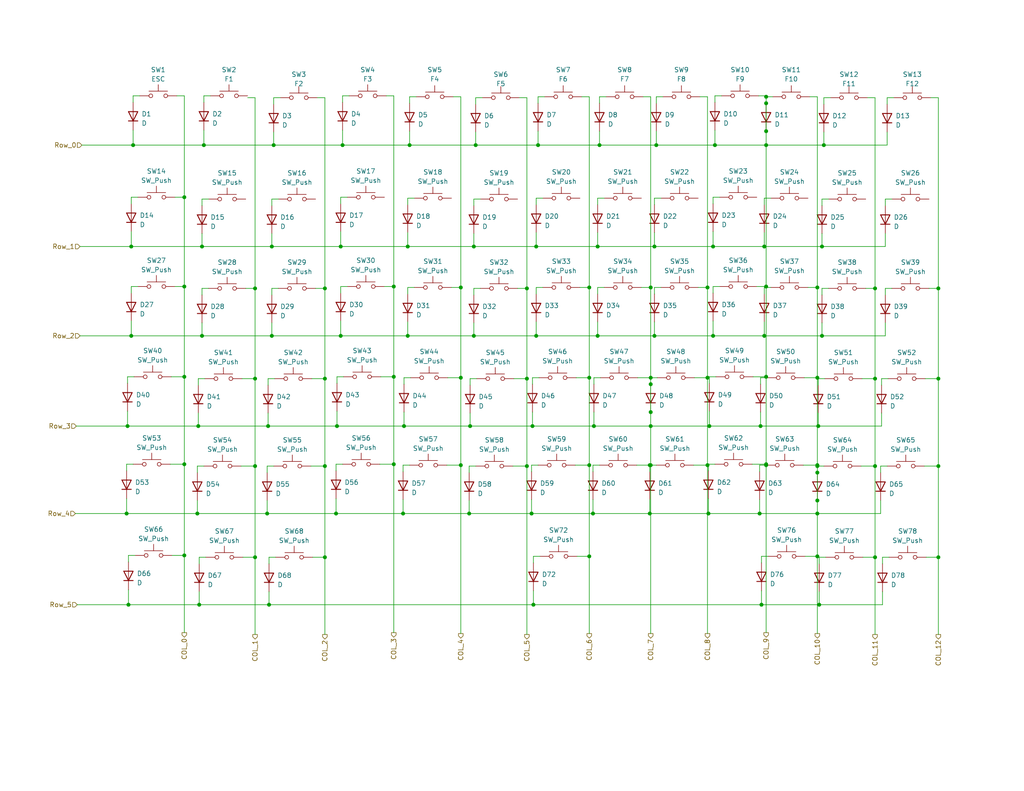
<source format=kicad_sch>
(kicad_sch (version 20230121) (generator eeschema)
  (paper "USLetter")
  (title_block (title "Keeb") (date "2023-04-10") (rev "1.0") (company "Mobs Workshop"))
  (junction (at 223.012 127))
  (junction (at 223.012 136.652))
  (junction (at 177.546 116.332))
  (junction (at 208.534 91.694))
  (junction (at 238.76 78.74))
  (junction (at 110.236 116.332))
  (junction (at 129.794 39.624))
  (junction (at 209.042 26.416))
  (junction (at 209.042 126.746))
  (junction (at 88.646 103.378))
  (junction (at 74.168 67.31))
  (junction (at 92.964 67.31))
  (junction (at 160.782 78.486))
  (junction (at 178.562 67.31))
  (junction (at 256.032 127.254))
  (junction (at 69.596 78.74))
  (junction (at 223.012 127.254))
  (junction (at 111.252 91.694))
  (junction (at 161.798 140.208))
  (junction (at 35.814 91.694))
  (junction (at 256.032 78.74))
  (junction (at 50.292 102.87))
  (junction (at 238.76 103.378))
  (junction (at 125.73 103.124))
  (junction (at 178.562 91.694))
  (junction (at 73.152 116.332))
  (junction (at 145.288 116.332))
  (junction (at 256.032 152.146))
  (junction (at 209.042 78.232))
  (junction (at 177.292 140.208))
  (junction (at 34.798 116.332))
  (junction (at 109.982 140.208))
  (junction (at 143.764 103.378))
  (junction (at 177.546 127))
  (junction (at 160.782 127))
  (junction (at 54.102 116.332))
  (junction (at 145.542 165.1))
  (junction (at 208.534 67.31))
  (junction (at 224.79 39.624))
  (junction (at 128.016 140.208))
  (junction (at 125.73 127))
  (junction (at 146.304 67.31))
  (junction (at 73.406 165.1))
  (junction (at 163.068 91.694))
  (junction (at 160.782 151.892))
  (junction (at 193.04 127))
  (junction (at 55.118 91.694))
  (junction (at 162.052 116.332))
  (junction (at 223.266 116.332))
  (junction (at 129.286 91.694))
  (junction (at 55.626 39.624))
  (junction (at 88.646 127.254))
  (junction (at 177.546 78.486))
  (junction (at 238.76 127.254))
  (junction (at 238.76 152.146))
  (junction (at 55.118 67.31))
  (junction (at 177.546 104.902))
  (junction (at 177.546 103.124))
  (junction (at 107.442 78.232))
  (junction (at 93.472 39.624))
  (junction (at 207.772 165.1))
  (junction (at 143.764 78.74))
  (junction (at 88.646 152.146))
  (junction (at 69.596 103.378))
  (junction (at 125.73 78.486))
  (junction (at 143.764 127.254))
  (junction (at 111.76 39.624))
  (junction (at 50.292 78.232))
  (junction (at 54.356 165.1))
  (junction (at 194.564 91.694))
  (junction (at 50.292 151.638))
  (junction (at 177.292 127))
  (junction (at 163.576 39.624))
  (junction (at 146.812 39.624))
  (junction (at 92.964 91.694))
  (junction (at 74.676 39.624))
  (junction (at 223.012 151.892))
  (junction (at 91.694 140.208))
  (junction (at 69.596 127.254))
  (junction (at 88.646 78.74))
  (junction (at 207.518 116.332))
  (junction (at 74.168 91.694))
  (junction (at 209.042 127))
  (junction (at 129.286 67.31))
  (junction (at 177.546 112.522))
  (junction (at 160.782 103.124))
  (junction (at 146.304 91.694))
  (junction (at 223.52 165.1))
  (junction (at 223.012 103.124))
  (junction (at 193.04 78.486))
  (junction (at 223.012 140.208))
  (junction (at 69.596 152.146))
  (junction (at 224.282 67.31))
  (junction (at 35.814 67.31))
  (junction (at 224.282 91.694))
  (junction (at 209.042 39.624))
  (junction (at 223.012 78.486))
  (junction (at 256.032 103.378))
  (junction (at 91.948 116.332))
  (junction (at 223.012 129.032))
  (junction (at 111.252 67.31))
  (junction (at 36.322 39.624))
  (junction (at 209.042 102.87))
  (junction (at 193.548 116.332))
  (junction (at 34.544 140.208))
  (junction (at 207.264 140.208))
  (junction (at 194.564 67.31))
  (junction (at 209.042 35.814))
  (junction (at 209.042 28.194))
  (junction (at 193.294 140.208))
  (junction (at 107.442 102.87))
  (junction (at 195.072 39.624))
  (junction (at 193.04 103.124))
  (junction (at 128.27 116.332))
  (junction (at 72.898 140.208))
  (junction (at 107.442 126.746))
  (junction (at 50.292 126.746))
  (junction (at 163.068 67.31))
  (junction (at 35.052 165.1))
  (junction (at 145.034 140.208))
  (junction (at 53.848 140.208))
  (junction (at 179.07 39.624))
  (junction (at 50.292 53.848))
  (wire (pts (xy 193.04 103.124) (xy 193.04 127)))
  (wire (pts (xy 146.304 63.5) (xy 146.304 67.31)))
  (wire (pts (xy 196.342 53.848) (xy 194.564 53.848)))
  (wire (pts (xy 107.442 78.232) (xy 107.442 102.87)))
  (wire (pts (xy 195.072 26.162) (xy 195.072 27.94)))
  (wire (pts (xy 72.898 140.208) (xy 91.694 140.208)))
  (wire (pts (xy 209.042 35.814) (xy 209.042 39.624)))
  (wire (pts (xy 128.27 103.378) (xy 128.27 105.156)))
  (wire (pts (xy 93.472 35.56) (xy 93.472 39.624)))
  (wire (pts (xy 129.794 127.254) (xy 128.016 127.254)))
  (wire (pts (xy 163.576 26.416) (xy 163.576 28.194)))
  (wire (pts (xy 85.09 103.378) (xy 88.646 103.378)))
  (wire (pts (xy 129.286 54.356) (xy 129.286 56.134)))
  (wire (pts (xy 50.292 126.746) (xy 50.292 151.638)))
  (wire (pts (xy 226.06 54.356) (xy 224.282 54.356)))
  (wire (pts (xy 111.76 39.624) (xy 129.794 39.624)))
  (wire (pts (xy 107.442 102.87) (xy 107.442 126.746)))
  (wire (pts (xy 179.07 127) (xy 177.546 127)))
  (wire (pts (xy 223.52 161.544) (xy 223.52 165.1)))
  (wire (pts (xy 223.266 112.776) (xy 223.266 116.332)))
  (wire (pts (xy 84.836 127.254) (xy 88.646 127.254)))
  (wire (pts (xy 160.782 103.124) (xy 160.782 127)))
  (wire (pts (xy 238.76 26.67) (xy 238.76 78.74)))
  (wire (pts (xy 256.032 103.378) (xy 256.032 127.254)))
  (wire (pts (xy 177.546 26.416) (xy 177.546 78.486)))
  (wire (pts (xy 91.948 112.268) (xy 91.948 116.332)))
  (wire (pts (xy 238.76 78.74) (xy 238.76 103.378)))
  (wire (pts (xy 238.76 103.378) (xy 238.76 127.254)))
  (wire (pts (xy 207.772 161.29) (xy 207.772 165.1)))
  (wire (pts (xy 92.964 67.31) (xy 111.252 67.31)))
  (wire (pts (xy 207.264 140.208) (xy 193.294 140.208)))
  (wire (pts (xy 209.042 78.232) (xy 209.042 102.87)))
  (wire (pts (xy 193.04 78.486) (xy 193.04 103.124)))
  (wire (pts (xy 223.012 140.208) (xy 207.264 140.208)))
  (wire (pts (xy 92.964 53.848) (xy 92.964 55.626)))
  (wire (pts (xy 207.264 136.398) (xy 207.264 140.208)))
  (wire (pts (xy 107.442 126.746) (xy 107.442 172.72)))
  (wire (pts (xy 92.964 91.694) (xy 111.252 91.694)))
  (wire (pts (xy 147.32 151.892) (xy 145.542 151.892)))
  (wire (pts (xy 145.288 103.124) (xy 145.288 104.902)))
  (wire (pts (xy 242.062 36.068) (xy 242.062 39.624)))
  (wire (pts (xy 35.052 161.036) (xy 35.052 165.1)))
  (wire (pts (xy 74.168 67.31) (xy 92.964 67.31)))
  (wire (pts (xy 88.646 103.378) (xy 88.646 127.254)))
  (wire (pts (xy 36.83 151.638) (xy 35.052 151.638)))
  (wire (pts (xy 74.168 88.138) (xy 74.168 91.694)))
  (wire (pts (xy 55.626 26.162) (xy 55.626 27.94)))
  (wire (pts (xy 129.794 39.624) (xy 146.812 39.624)))
  (wire (pts (xy 242.316 103.378) (xy 240.538 103.378)))
  (wire (pts (xy 219.202 127) (xy 223.012 127)))
  (wire (pts (xy 69.596 152.146) (xy 69.596 173.228)))
  (wire (pts (xy 35.814 53.848) (xy 35.814 55.626)))
  (wire (pts (xy 55.118 91.694) (xy 35.814 91.694)))
  (wire (pts (xy 196.85 26.162) (xy 195.072 26.162)))
  (wire (pts (xy 177.546 78.486) (xy 177.546 103.124)))
  (wire (pts (xy 46.99 151.638) (xy 50.292 151.638)))
  (wire (pts (xy 73.406 152.146) (xy 73.406 153.924)))
  (wire (pts (xy 208.534 54.102) (xy 208.534 55.88)))
  (wire (pts (xy 209.042 26.162) (xy 209.042 26.416)))
  (wire (pts (xy 93.472 126.746) (xy 91.694 126.746)))
  (wire (pts (xy 252.476 103.378) (xy 256.032 103.378)))
  (wire (pts (xy 56.896 78.74) (xy 55.118 78.74)))
  (wire (pts (xy 73.152 103.378) (xy 73.152 105.156)))
  (wire (pts (xy 65.786 127.254) (xy 69.596 127.254)))
  (wire (pts (xy 207.01 26.162) (xy 209.042 26.162)))
  (wire (pts (xy 253.492 78.74) (xy 256.032 78.74)))
  (wire (pts (xy 160.782 78.486) (xy 160.782 103.124)))
  (wire (pts (xy 165.354 26.416) (xy 163.576 26.416)))
  (wire (pts (xy 224.282 67.31) (xy 208.534 67.31)))
  (wire (pts (xy 158.75 26.416) (xy 160.782 26.416)))
  (wire (pts (xy 130.048 103.378) (xy 128.27 103.378)))
  (wire (pts (xy 53.848 127.254) (xy 53.848 129.032)))
  (wire (pts (xy 241.554 88.138) (xy 241.554 91.694)))
  (wire (pts (xy 143.764 78.74) (xy 143.764 103.378)))
  (wire (pts (xy 219.71 151.892) (xy 223.012 151.892)))
  (wire (pts (xy 160.782 127) (xy 160.782 151.892)))
  (wire (pts (xy 164.846 54.102) (xy 163.068 54.102)))
  (wire (pts (xy 46.482 126.746) (xy 50.292 126.746)))
  (wire (pts (xy 46.736 102.87) (xy 50.292 102.87)))
  (wire (pts (xy 86.106 78.74) (xy 88.646 78.74)))
  (wire (pts (xy 238.76 152.146) (xy 238.76 173.228)))
  (wire (pts (xy 256.032 127.254) (xy 256.032 152.146)))
  (wire (pts (xy 88.646 127.254) (xy 88.646 152.146)))
  (wire (pts (xy 224.79 127.254) (xy 223.012 127.254)))
  (wire (pts (xy 145.288 112.522) (xy 145.288 116.332)))
  (wire (pts (xy 193.04 127) (xy 193.04 172.974)))
  (wire (pts (xy 69.596 26.67) (xy 69.596 78.74)))
  (wire (pts (xy 143.764 26.67) (xy 143.764 78.74)))
  (wire (pts (xy 47.752 53.848) (xy 50.292 53.848)))
  (wire (pts (xy 252.222 127.254) (xy 256.032 127.254)))
  (wire (pts (xy 55.118 88.138) (xy 55.118 91.694)))
  (wire (pts (xy 240.792 161.544) (xy 240.792 165.1)))
  (wire (pts (xy 223.012 127.254) (xy 223.012 129.032)))
  (wire (pts (xy 193.548 116.332) (xy 177.546 116.332)))
  (wire (pts (xy 35.814 63.246) (xy 35.814 67.31)))
  (wire (pts (xy 50.292 102.87) (xy 50.292 126.746)))
  (wire (pts (xy 55.626 39.624) (xy 36.322 39.624)))
  (wire (pts (xy 53.848 140.208) (xy 34.544 140.208)))
  (wire (pts (xy 223.52 152.146) (xy 223.52 153.924)))
  (wire (pts (xy 209.042 102.87) (xy 209.042 126.746)))
  (wire (pts (xy 88.646 152.146) (xy 88.646 173.228)))
  (wire (pts (xy 194.564 53.848) (xy 194.564 55.626)))
  (wire (pts (xy 55.118 67.31) (xy 35.814 67.31)))
  (wire (pts (xy 111.252 67.31) (xy 129.286 67.31)))
  (wire (pts (xy 76.454 26.67) (xy 74.676 26.67)))
  (wire (pts (xy 53.848 136.652) (xy 53.848 140.208)))
  (wire (pts (xy 195.072 39.624) (xy 179.07 39.624)))
  (wire (pts (xy 208.534 63.5) (xy 208.534 67.31)))
  (wire (pts (xy 224.282 88.138) (xy 224.282 91.694)))
  (wire (pts (xy 50.292 151.638) (xy 50.292 172.72)))
  (wire (pts (xy 240.284 136.652) (xy 240.284 140.208)))
  (wire (pts (xy 20.574 140.208) (xy 34.544 140.208)))
  (wire (pts (xy 162.052 112.522) (xy 162.052 116.332)))
  (wire (pts (xy 22.352 39.624) (xy 36.322 39.624)))
  (wire (pts (xy 141.224 78.74) (xy 143.764 78.74)))
  (wire (pts (xy 50.292 53.848) (xy 50.292 78.232)))
  (wire (pts (xy 128.016 140.208) (xy 145.034 140.208)))
  (wire (pts (xy 207.772 151.892) (xy 207.772 153.67)))
  (wire (pts (xy 191.008 26.416) (xy 193.04 26.416)))
  (wire (pts (xy 240.538 103.378) (xy 240.538 105.156)))
  (wire (pts (xy 161.798 136.398) (xy 161.798 140.208)))
  (wire (pts (xy 160.782 151.892) (xy 160.782 172.974)))
  (wire (pts (xy 157.48 151.892) (xy 160.782 151.892)))
  (wire (pts (xy 140.208 103.378) (xy 143.764 103.378)))
  (wire (pts (xy 121.92 127) (xy 125.73 127)))
  (wire (pts (xy 226.568 26.67) (xy 224.79 26.67)))
  (wire (pts (xy 91.948 116.332) (xy 110.236 116.332)))
  (wire (pts (xy 75.946 54.356) (xy 74.168 54.356)))
  (wire (pts (xy 256.032 26.67) (xy 256.032 78.74)))
  (wire (pts (xy 224.79 26.67) (xy 224.79 28.448)))
  (wire (pts (xy 93.472 26.162) (xy 93.472 27.94)))
  (wire (pts (xy 162.052 103.124) (xy 162.052 104.902)))
  (wire (pts (xy 209.042 126.746) (xy 209.042 127)))
  (wire (pts (xy 179.324 103.124) (xy 177.546 103.124)))
  (wire (pts (xy 92.964 87.63) (xy 92.964 91.694)))
  (wire (pts (xy 243.332 54.356) (xy 241.554 54.356)))
  (wire (pts (xy 110.236 112.522) (xy 110.236 116.332)))
  (wire (pts (xy 194.564 63.246) (xy 194.564 67.31)))
  (wire (pts (xy 113.03 54.102) (xy 111.252 54.102)))
  (wire (pts (xy 256.032 78.74) (xy 256.032 103.378)))
  (wire (pts (xy 74.676 39.624) (xy 55.626 39.624)))
  (wire (pts (xy 35.052 151.638) (xy 35.052 153.416)))
  (wire (pts (xy 196.342 78.232) (xy 194.564 78.232)))
  (wire (pts (xy 35.814 87.63) (xy 35.814 91.694)))
  (wire (pts (xy 178.562 91.694) (xy 163.068 91.694)))
  (wire (pts (xy 179.07 39.624) (xy 163.576 39.624)))
  (wire (pts (xy 139.954 127.254) (xy 143.764 127.254)))
  (wire (pts (xy 209.042 127) (xy 207.264 127)))
  (wire (pts (xy 35.814 78.232) (xy 35.814 80.01)))
  (wire (pts (xy 146.304 78.486) (xy 146.304 80.264)))
  (wire (pts (xy 128.27 112.776) (xy 128.27 116.332)))
  (wire (pts (xy 129.794 36.068) (xy 129.794 39.624)))
  (wire (pts (xy 110.236 116.332) (xy 128.27 116.332)))
  (wire (pts (xy 223.012 129.032) (xy 223.012 136.652)))
  (wire (pts (xy 38.1 26.162) (xy 36.322 26.162)))
  (wire (pts (xy 241.554 54.356) (xy 241.554 56.134)))
  (wire (pts (xy 131.572 26.67) (xy 129.794 26.67)))
  (wire (pts (xy 48.26 26.162) (xy 50.292 26.162)))
  (wire (pts (xy 240.792 152.146) (xy 240.792 153.924)))
  (wire (pts (xy 74.676 39.624) (xy 93.472 39.624)))
  (wire (pts (xy 177.546 127) (xy 177.546 172.974)))
  (wire (pts (xy 69.596 103.378) (xy 69.596 127.254)))
  (wire (pts (xy 21.844 67.31) (xy 35.814 67.31)))
  (wire (pts (xy 161.798 140.208) (xy 145.034 140.208)))
  (wire (pts (xy 219.456 103.124) (xy 223.012 103.124)))
  (wire (pts (xy 175.006 78.486) (xy 177.546 78.486)))
  (wire (pts (xy 145.542 151.892) (xy 145.542 153.67)))
  (wire (pts (xy 74.168 91.694) (xy 92.964 91.694)))
  (wire (pts (xy 193.04 26.416) (xy 193.04 78.486)))
  (wire (pts (xy 21.844 91.694) (xy 35.814 91.694)))
  (wire (pts (xy 56.134 152.146) (xy 54.356 152.146)))
  (wire (pts (xy 109.982 136.398) (xy 109.982 140.208)))
  (wire (pts (xy 224.79 39.624) (xy 209.042 39.624)))
  (wire (pts (xy 67.056 78.74) (xy 69.596 78.74)))
  (wire (pts (xy 91.694 136.144) (xy 91.694 140.208)))
  (wire (pts (xy 207.518 116.332) (xy 193.548 116.332)))
  (wire (pts (xy 163.068 67.31) (xy 146.304 67.31)))
  (wire (pts (xy 178.562 67.31) (xy 163.068 67.31)))
  (wire (pts (xy 209.296 103.124) (xy 207.518 103.124)))
  (wire (pts (xy 125.73 127) (xy 125.73 172.974)))
  (wire (pts (xy 92.964 63.246) (xy 92.964 67.31)))
  (wire (pts (xy 224.282 91.694) (xy 208.534 91.694)))
  (wire (pts (xy 195.326 102.87) (xy 193.548 102.87)))
  (wire (pts (xy 148.082 78.486) (xy 146.304 78.486)))
  (wire (pts (xy 210.312 54.102) (xy 208.534 54.102)))
  (wire (pts (xy 85.344 152.146) (xy 88.646 152.146)))
  (wire (pts (xy 74.168 63.754) (xy 74.168 67.31)))
  (wire (pts (xy 207.264 127) (xy 207.264 128.778)))
  (wire (pts (xy 54.356 152.146) (xy 54.356 153.924)))
  (wire (pts (xy 220.98 26.416) (xy 223.012 26.416)))
  (wire (pts (xy 36.576 102.87) (xy 34.798 102.87)))
  (wire (pts (xy 125.73 78.486) (xy 125.73 103.124)))
  (wire (pts (xy 74.676 127.254) (xy 72.898 127.254)))
  (wire (pts (xy 111.76 26.416) (xy 111.76 28.194)))
  (wire (pts (xy 88.646 26.67) (xy 88.646 78.74)))
  (wire (pts (xy 173.99 103.124) (xy 177.546 103.124)))
  (wire (pts (xy 148.59 26.416) (xy 146.812 26.416)))
  (wire (pts (xy 122.174 103.124) (xy 125.73 103.124)))
  (wire (pts (xy 238.76 127.254) (xy 238.76 152.146)))
  (wire (pts (xy 73.152 116.332) (xy 54.102 116.332)))
  (wire (pts (xy 240.792 165.1) (xy 223.52 165.1)))
  (wire (pts (xy 103.886 102.87) (xy 107.442 102.87)))
  (wire (pts (xy 178.562 78.486) (xy 178.562 80.264)))
  (wire (pts (xy 34.544 126.746) (xy 34.544 128.524)))
  (wire (pts (xy 145.542 161.29) (xy 145.542 165.1)))
  (wire (pts (xy 240.538 116.332) (xy 223.266 116.332)))
  (wire (pts (xy 146.304 54.102) (xy 146.304 55.88)))
  (wire (pts (xy 37.592 78.232) (xy 35.814 78.232)))
  (wire (pts (xy 129.286 91.694) (xy 146.304 91.694)))
  (wire (pts (xy 224.282 63.754) (xy 224.282 67.31)))
  (wire (pts (xy 73.152 116.332) (xy 91.948 116.332)))
  (wire (pts (xy 236.728 26.67) (xy 238.76 26.67)))
  (wire (pts (xy 103.632 126.746) (xy 107.442 126.746)))
  (wire (pts (xy 177.292 127) (xy 177.292 128.778)))
  (wire (pts (xy 73.406 165.1) (xy 145.542 165.1)))
  (wire (pts (xy 177.292 136.398) (xy 177.292 140.208)))
  (wire (pts (xy 123.698 26.416) (xy 125.73 26.416)))
  (wire (pts (xy 209.042 28.194) (xy 209.042 35.814)))
  (wire (pts (xy 163.068 54.102) (xy 163.068 55.88)))
  (wire (pts (xy 210.312 78.486) (xy 208.534 78.486)))
  (wire (pts (xy 129.286 88.138) (xy 129.286 91.694)))
  (wire (pts (xy 160.782 26.416) (xy 160.782 78.486)))
  (wire (pts (xy 241.554 78.74) (xy 241.554 80.518)))
  (wire (pts (xy 256.032 152.146) (xy 256.032 173.228)))
  (wire (pts (xy 34.544 136.144) (xy 34.544 140.208)))
  (wire (pts (xy 252.73 152.146) (xy 256.032 152.146)))
  (wire (pts (xy 240.284 127.254) (xy 240.284 129.032)))
  (wire (pts (xy 72.898 127.254) (xy 72.898 129.032)))
  (wire (pts (xy 223.012 78.486) (xy 223.012 103.124)))
  (wire (pts (xy 128.016 136.652) (xy 128.016 140.208)))
  (wire (pts (xy 254 26.67) (xy 256.032 26.67)))
  (wire (pts (xy 220.472 78.486) (xy 223.012 78.486)))
  (wire (pts (xy 141.732 26.67) (xy 143.764 26.67)))
  (wire (pts (xy 66.04 103.378) (xy 69.596 103.378)))
  (wire (pts (xy 148.082 54.102) (xy 146.304 54.102)))
  (wire (pts (xy 125.73 103.124) (xy 125.73 127)))
  (wire (pts (xy 69.596 127.254) (xy 69.596 152.146)))
  (wire (pts (xy 143.764 127.254) (xy 143.764 173.228)))
  (wire (pts (xy 162.052 116.332) (xy 145.288 116.332)))
  (wire (pts (xy 73.406 165.1) (xy 54.356 165.1)))
  (wire (pts (xy 223.012 26.416) (xy 223.012 78.486)))
  (wire (pts (xy 223.266 116.332) (xy 207.518 116.332)))
  (wire (pts (xy 109.982 127) (xy 109.982 128.778)))
  (wire (pts (xy 54.102 116.332) (xy 34.798 116.332)))
  (wire (pts (xy 54.356 161.544) (xy 54.356 165.1)))
  (wire (pts (xy 75.946 78.74) (xy 74.168 78.74)))
  (wire (pts (xy 163.576 39.624) (xy 146.812 39.624)))
  (wire (pts (xy 157.226 103.124) (xy 160.782 103.124)))
  (wire (pts (xy 242.062 127.254) (xy 240.284 127.254)))
  (wire (pts (xy 34.798 112.268) (xy 34.798 116.332)))
  (wire (pts (xy 105.41 26.162) (xy 107.442 26.162)))
  (wire (pts (xy 74.168 91.694) (xy 55.118 91.694)))
  (wire (pts (xy 131.064 54.356) (xy 129.286 54.356)))
  (wire (pts (xy 145.034 136.398) (xy 145.034 140.208)))
  (wire (pts (xy 209.55 151.892) (xy 207.772 151.892)))
  (wire (pts (xy 147.066 103.124) (xy 145.288 103.124)))
  (wire (pts (xy 226.06 78.74) (xy 224.282 78.74)))
  (wire (pts (xy 236.22 78.74) (xy 238.76 78.74)))
  (wire (pts (xy 240.284 140.208) (xy 223.012 140.208)))
  (wire (pts (xy 223.266 103.378) (xy 223.266 105.156)))
  (wire (pts (xy 146.304 87.884) (xy 146.304 91.694)))
  (wire (pts (xy 235.458 152.146) (xy 238.76 152.146)))
  (wire (pts (xy 193.548 102.87) (xy 193.548 104.648)))
  (wire (pts (xy 195.072 35.56) (xy 195.072 39.624)))
  (wire (pts (xy 207.518 103.124) (xy 207.518 104.902)))
  (wire (pts (xy 243.84 26.67) (xy 242.062 26.67)))
  (wire (pts (xy 91.948 102.87) (xy 91.948 104.648)))
  (wire (pts (xy 36.322 35.56) (xy 36.322 39.624)))
  (wire (pts (xy 205.486 102.87) (xy 209.042 102.87)))
  (wire (pts (xy 189.23 127) (xy 193.04 127)))
  (wire (pts (xy 156.972 127) (xy 160.782 127)))
  (wire (pts (xy 224.282 78.74) (xy 224.282 80.518)))
  (wire (pts (xy 194.564 87.63) (xy 194.564 91.694)))
  (wire (pts (xy 69.596 78.74) (xy 69.596 103.378)))
  (wire (pts (xy 180.34 54.102) (xy 178.562 54.102)))
  (wire (pts (xy 209.042 127) (xy 209.042 172.72)))
  (wire (pts (xy 37.592 53.848) (xy 35.814 53.848)))
  (wire (pts (xy 146.812 35.814) (xy 146.812 39.624)))
  (wire (pts (xy 177.546 127) (xy 177.292 127)))
  (wire (pts (xy 163.576 35.814) (xy 163.576 39.624)))
  (wire (pts (xy 54.102 103.378) (xy 54.102 105.156)))
  (wire (pts (xy 209.042 26.416) (xy 209.042 28.194)))
  (wire (pts (xy 73.152 112.776) (xy 73.152 116.332)))
  (wire (pts (xy 129.794 26.67) (xy 129.794 28.448)))
  (wire (pts (xy 224.79 36.068) (xy 224.79 39.624)))
  (wire (pts (xy 21.082 165.1) (xy 35.052 165.1)))
  (wire (pts (xy 163.068 91.694) (xy 146.304 91.694)))
  (wire (pts (xy 94.742 53.848) (xy 92.964 53.848)))
  (wire (pts (xy 223.012 127) (xy 223.012 127.254)))
  (wire (pts (xy 74.93 103.378) (xy 73.152 103.378)))
  (wire (pts (xy 55.118 63.754) (xy 55.118 67.31)))
  (wire (pts (xy 177.546 116.332) (xy 177.546 127)))
  (wire (pts (xy 209.042 39.624) (xy 209.042 78.232)))
  (wire (pts (xy 193.294 126.746) (xy 193.294 128.524)))
  (wire (pts (xy 210.82 26.416) (xy 209.042 26.416)))
  (wire (pts (xy 145.542 165.1) (xy 207.772 165.1)))
  (wire (pts (xy 180.848 26.416) (xy 179.07 26.416)))
  (wire (pts (xy 93.726 102.87) (xy 91.948 102.87)))
  (wire (pts (xy 179.07 26.416) (xy 179.07 28.194)))
  (wire (pts (xy 20.828 116.332) (xy 34.798 116.332)))
  (wire (pts (xy 163.068 78.486) (xy 163.068 80.264)))
  (wire (pts (xy 128.27 116.332) (xy 145.288 116.332)))
  (wire (pts (xy 67.564 26.67) (xy 69.596 26.67)))
  (wire (pts (xy 223.52 165.1) (xy 207.772 165.1)))
  (wire (pts (xy 94.742 78.232) (xy 92.964 78.232)))
  (wire (pts (xy 95.25 26.162) (xy 93.472 26.162)))
  (wire (pts (xy 109.982 140.208) (xy 128.016 140.208)))
  (wire (pts (xy 86.614 26.67) (xy 88.646 26.67)))
  (wire (pts (xy 224.282 54.356) (xy 224.282 56.134)))
  (wire (pts (xy 193.294 136.144) (xy 193.294 140.208)))
  (wire (pts (xy 111.252 91.694) (xy 129.286 91.694)))
  (wire (pts (xy 50.292 26.162) (xy 50.292 53.848)))
  (wire (pts (xy 223.012 103.124) (xy 223.012 127)))
  (wire (pts (xy 207.518 112.522) (xy 207.518 116.332)))
  (wire (pts (xy 91.694 126.746) (xy 91.694 128.524)))
  (wire (pts (xy 163.83 103.124) (xy 162.052 103.124)))
  (wire (pts (xy 54.356 165.1) (xy 35.052 165.1)))
  (wire (pts (xy 194.564 78.232) (xy 194.564 80.01)))
  (wire (pts (xy 193.548 112.268) (xy 193.548 116.332)))
  (wire (pts (xy 223.012 140.208) (xy 223.012 151.892)))
  (wire (pts (xy 123.19 78.486) (xy 125.73 78.486)))
  (wire (pts (xy 235.204 103.378) (xy 238.76 103.378)))
  (wire (pts (xy 56.896 54.356) (xy 55.118 54.356)))
  (wire (pts (xy 113.03 78.486) (xy 111.252 78.486)))
  (wire (pts (xy 74.676 36.068) (xy 74.676 39.624)))
  (wire (pts (xy 36.322 126.746) (xy 34.544 126.746)))
  (wire (pts (xy 93.472 39.624) (xy 111.76 39.624)))
  (wire (pts (xy 104.902 78.232) (xy 107.442 78.232)))
  (wire (pts (xy 163.068 63.5) (xy 163.068 67.31)))
  (wire (pts (xy 189.484 103.124) (xy 193.04 103.124)))
  (wire (pts (xy 225.044 103.378) (xy 223.266 103.378)))
  (wire (pts (xy 111.76 127) (xy 109.982 127)))
  (wire (pts (xy 178.562 63.5) (xy 178.562 67.31)))
  (wire (pts (xy 243.332 78.74) (xy 241.554 78.74)))
  (wire (pts (xy 163.576 127) (xy 161.798 127)))
  (wire (pts (xy 111.252 78.486) (xy 111.252 80.264)))
  (wire (pts (xy 50.292 78.232) (xy 50.292 102.87)))
  (wire (pts (xy 112.014 103.124) (xy 110.236 103.124)))
  (wire (pts (xy 206.502 78.232) (xy 209.042 78.232)))
  (wire (pts (xy 194.564 91.694) (xy 178.562 91.694)))
  (wire (pts (xy 113.538 26.416) (xy 111.76 26.416)))
  (wire (pts (xy 234.95 127.254) (xy 238.76 127.254)))
  (wire (pts (xy 177.546 116.332) (xy 162.052 116.332)))
  (wire (pts (xy 128.016 127.254) (xy 128.016 129.032)))
  (wire (pts (xy 74.676 26.67) (xy 74.676 28.448)))
  (wire (pts (xy 242.062 26.67) (xy 242.062 28.448)))
  (wire (pts (xy 223.012 136.652) (xy 223.012 140.208)))
  (wire (pts (xy 55.118 78.74) (xy 55.118 80.518)))
  (wire (pts (xy 72.898 140.208) (xy 53.848 140.208)))
  (wire (pts (xy 178.562 54.102) (xy 178.562 55.88)))
  (wire (pts (xy 111.252 87.884) (xy 111.252 91.694)))
  (wire (pts (xy 145.034 127) (xy 145.034 128.778)))
  (wire (pts (xy 129.286 63.754) (xy 129.286 67.31)))
  (wire (pts (xy 74.168 78.74) (xy 74.168 80.518)))
  (wire (pts (xy 177.546 103.124) (xy 177.546 104.902)))
  (wire (pts (xy 34.798 102.87) (xy 34.798 104.648)))
  (wire (pts (xy 208.534 67.31) (xy 194.564 67.31)))
  (wire (pts (xy 74.168 67.31) (xy 55.118 67.31)))
  (wire (pts (xy 107.442 26.162) (xy 107.442 78.232)))
  (wire (pts (xy 73.406 161.544) (xy 73.406 165.1)))
  (wire (pts (xy 36.322 26.162) (xy 36.322 27.94)))
  (wire (pts (xy 47.752 78.232) (xy 50.292 78.232)))
  (wire (pts (xy 225.298 152.146) (xy 223.52 152.146)))
  (wire (pts (xy 125.73 26.416) (xy 125.73 78.486)))
  (wire (pts (xy 111.252 54.102) (xy 111.252 55.88)))
  (wire (pts (xy 74.168 54.356) (xy 74.168 56.134)))
  (wire (pts (xy 164.846 78.486) (xy 163.068 78.486)))
  (wire (pts (xy 163.068 87.884) (xy 163.068 91.694)))
  (wire (pts (xy 208.534 78.486) (xy 208.534 80.264)))
  (wire (pts (xy 55.626 127.254) (xy 53.848 127.254)))
  (wire (pts (xy 195.072 126.746) (xy 193.294 126.746)))
  (wire (pts (xy 88.646 78.74) (xy 88.646 103.378)))
  (wire (pts (xy 57.404 26.162) (xy 55.626 26.162)))
  (wire (pts (xy 131.064 78.74) (xy 129.286 78.74)))
  (wire (pts (xy 129.286 78.74) (xy 129.286 80.518)))
  (wire (pts (xy 92.964 78.232) (xy 92.964 80.01)))
  (wire (pts (xy 241.554 63.754) (xy 241.554 67.31)))
  (wire (pts (xy 242.062 39.624) (xy 224.79 39.624)))
  (wire (pts (xy 66.294 152.146) (xy 69.596 152.146)))
  (wire (pts (xy 55.626 35.56) (xy 55.626 39.624)))
  (wire (pts (xy 55.118 54.356) (xy 55.118 56.134)))
  (wire (pts (xy 241.554 91.694) (xy 224.282 91.694)))
  (wire (pts (xy 54.102 112.776) (xy 54.102 116.332)))
  (wire (pts (xy 208.534 91.694) (xy 194.564 91.694)))
  (wire (pts (xy 193.294 140.208) (xy 177.292 140.208)))
  (wire (pts (xy 146.812 26.416) (xy 146.812 28.194)))
  (wire (pts (xy 240.538 112.776) (xy 240.538 116.332)))
  (wire (pts (xy 110.236 103.124) (xy 110.236 104.902)))
  (wire (pts (xy 146.812 127) (xy 145.034 127)))
  (wire (pts (xy 75.184 152.146) (xy 73.406 152.146)))
  (wire (pts (xy 158.242 78.486) (xy 160.782 78.486)))
  (wire (pts (xy 177.546 104.902) (xy 177.546 112.522)))
  (wire (pts (xy 223.012 151.892) (xy 223.012 172.974)))
  (wire (pts (xy 72.898 136.652) (xy 72.898 140.208)))
  (wire (pts (xy 179.07 35.814) (xy 179.07 39.624)))
  (wire (pts (xy 111.252 63.5) (xy 111.252 67.31)))
  (wire (pts (xy 143.764 103.378) (xy 143.764 127.254)))
  (wire (pts (xy 205.232 126.746) (xy 209.042 126.746)))
  (wire (pts (xy 180.34 78.486) (xy 178.562 78.486)))
  (wire (pts (xy 208.534 87.884) (xy 208.534 91.694)))
  (wire (pts (xy 190.5 78.486) (xy 193.04 78.486)))
  (wire (pts (xy 178.562 87.884) (xy 178.562 91.694)))
  (wire (pts (xy 55.88 103.378) (xy 54.102 103.378)))
  (wire (pts (xy 175.514 26.416) (xy 177.546 26.416)))
  (wire (pts (xy 177.546 112.522) (xy 177.546 116.332)))
  (wire (pts (xy 194.564 67.31) (xy 178.562 67.31)))
  (wire (pts (xy 241.554 67.31) (xy 224.282 67.31)))
  (wire (pts (xy 173.736 127) (xy 177.292 127)))
  (wire (pts (xy 129.286 67.31) (xy 146.304 67.31)))
  (wire (pts (xy 242.57 152.146) (xy 240.792 152.146)))
  (wire (pts (xy 111.76 35.814) (xy 111.76 39.624)))
  (wire (pts (xy 209.042 39.624) (xy 195.072 39.624)))
  (wire (pts (xy 161.798 127) (xy 161.798 128.778)))
  (wire (pts (xy 91.694 140.208) (xy 109.982 140.208)))
  (wire (pts (xy 177.292 140.208) (xy 161.798 140.208)))
  (hierarchical_label "COL_11" (shape output) (at 238.76 173.228 270))
  (hierarchical_label "Row_2" (shape input) (at 21.844 91.694 180) (property "Intersheetrefs" "${INTERSHEET_REFS}" (effects hide)))
  (hierarchical_label "Row_1" (shape input) (at 21.844 67.31 180) (property "Intersheetrefs" "${INTERSHEET_REFS}" (effects hide)))
  (hierarchical_label "COL_3" (shape output) (at 107.442 172.72 270))
  (hierarchical_label "COL_0" (shape output) (at 50.292 172.72 270))
  (hierarchical_label "Row_0" (shape input) (at 22.352 39.624 180) (property "Intersheetrefs" "${INTERSHEET_REFS}" (effects hide)))
  (hierarchical_label "COL_7" (shape output) (at 177.546 172.974 270))
  (hierarchical_label "COL_4" (shape output) (at 125.73 172.974 270))
  (hierarchical_label "COL_8" (shape output) (at 193.04 172.974 270))
  (hierarchical_label "Row_4" (shape input) (at 20.574 140.208 180) (property "Intersheetrefs" "${INTERSHEET_REFS}" (effects hide)))
  (hierarchical_label "COL_9" (shape output) (at 209.042 172.72 270))
  (hierarchical_label "Row_3" (shape input) (at 20.828 116.332 180) (property "Intersheetrefs" "${INTERSHEET_REFS}" (effects hide)))
  (hierarchical_label "COL_2" (shape output) (at 88.646 173.228 270))
  (hierarchical_label "Row_5" (shape input) (at 21.082 165.1 180) (property "Intersheetrefs" "${INTERSHEET_REFS}" (effects hide)))
  (hierarchical_label "COL_5" (shape output) (at 143.764 173.228 270))
  (hierarchical_label "COL_6" (shape output) (at 160.782 172.974 270))
  (hierarchical_label "COL_1" (shape output) (at 69.596 173.228 270))
  (hierarchical_label "COL_12" (shape output) (at 256.032 173.228 270))
  (hierarchical_label "COL_10" (shape output) (at 223.012 172.974 270))
  (symbol (lib_id "Switch:SW_Push") (at 99.822 53.848 0) (unit 1)
    (property "Reference" "SW17" (at 99.822 46.736 0))
    (property "Value" "SW_Push" (at 99.822 49.276 0))
    (property "Footprint" "Button_Switch_SMD:SW_MEC_5GSH9" (effects hide))
  )
  (symbol (lib_id "Device:D") (at 178.562 59.69 90) (unit 1)
    (property "Reference" "D22" (at 180.848 59.055 90) (effects (justify right)))
    (property "Value" "D" (at 180.848 61.595 90) (effects (justify right)))
    (property "Sim.Device" "D" (effects hide))
    (property "Sim.Pins" "1=K 2=A" (effects hide))
  )
  (symbol (lib_id "Switch:SW_Push") (at 98.552 126.746 0) (unit 1)
    (property "Reference" "SW56" (at 98.552 119.634 0))
    (property "Value" "SW_Push" (at 98.552 122.174 0))
    (property "Footprint" "Button_Switch_SMD:SW_MEC_5GSH9" (effects hide))
  )
  (symbol (lib_id "Device:D") (at 178.562 84.074 90) (unit 1)
    (property "Reference" "D35" (at 180.848 83.439 90) (effects (justify right)))
    (property "Value" "D" (at 180.848 85.979 90) (effects (justify right)))
    (property "Sim.Device" "D" (effects hide))
    (property "Sim.Pins" "1=K 2=A" (effects hide))
  )
  (symbol (lib_id "Switch:SW_Push") (at 230.378 152.146 0) (unit 1)
    (property "Reference" "SW77" (at 230.378 145.034 0))
    (property "Value" "SW_Push" (at 230.378 147.574 0))
    (property "Footprint" "Button_Switch_SMD:SW_MEC_5GSH9" (effects hide))
  )
  (symbol (lib_id "Switch:SW_Push") (at 169.926 54.102 0) (unit 1)
    (property "Reference" "SW21" (at 169.926 46.99 0))
    (property "Value" "SW_Push" (at 169.926 49.53 0))
    (property "Footprint" "Button_Switch_SMD:SW_MEC_5GSH9" (effects hide))
  )
  (symbol (lib_id "Switch:SW_Push") (at 185.42 78.486 0) (unit 1)
    (property "Reference" "SW35" (at 185.42 71.374 0))
    (property "Value" "SW_Push" (at 185.42 73.914 0))
    (property "Footprint" "Button_Switch_SMD:SW_MEC_5GSH9" (effects hide))
  )
  (symbol (lib_id "Device:D") (at 34.544 132.334 90) (unit 1)
    (property "Reference" "D53" (at 36.83 131.699 90) (effects (justify right)))
    (property "Value" "D" (at 36.83 134.239 90) (effects (justify right)))
    (property "Sim.Device" "D" (effects hide))
    (property "Sim.Pins" "1=K 2=A" (effects hide))
  )
  (symbol (lib_id "Switch:SW_Push") (at 99.822 78.232 0) (unit 1)
    (property "Reference" "SW30" (at 99.822 71.12 0))
    (property "Value" "SW_Push" (at 99.822 73.66 0))
    (property "Footprint" "Button_Switch_SMD:SW_MEC_5GSH9" (effects hide))
  )
  (symbol (lib_id "Device:D") (at 163.068 84.074 90) (unit 1)
    (property "Reference" "D34" (at 165.354 83.439 90) (effects (justify right)))
    (property "Value" "D" (at 165.354 85.979 90) (effects (justify right)))
    (property "Sim.Device" "D" (effects hide))
    (property "Sim.Pins" "1=K 2=A" (effects hide))
  )
  (symbol (lib_id "Switch:SW_Push") (at 41.656 102.87 0) (unit 1)
    (property "Reference" "SW40" (at 41.656 95.758 0))
    (property "Value" "SW_Push" (at 41.656 98.298 0))
    (property "Footprint" "Button_Switch_SMD:SW_MEC_5GSH9" (effects hide))
  )
  (symbol (lib_id "Device:D") (at 242.062 32.258 90) (unit 1)
    (property "Reference" "D13" (at 244.348 31.623 90) (effects (justify right)))
    (property "Value" "D" (at 244.348 34.163 90) (effects (justify right)))
    (property "Sim.Device" "D" (effects hide))
    (property "Sim.Pins" "1=K 2=A" (effects hide))
  )
  (symbol (lib_id "Switch:SW_Push") (at 247.396 103.378 0) (unit 1)
    (property "Reference" "SW52" (at 247.396 96.266 0))
    (property "Value" "SW_Push" (at 247.396 98.806 0))
    (property "Footprint" "Button_Switch_SMD:SW_MEC_5GSH9" (effects hide))
  )
  (symbol (lib_id "Device:D") (at 179.07 32.004 90) (unit 1)
    (property "Reference" "D9" (at 181.356 31.369 90) (effects (justify right)))
    (property "Value" "D" (at 181.356 33.909 90) (effects (justify right)))
    (property "Sim.Device" "D" (effects hide))
    (property "Sim.Pins" "1=K 2=A" (effects hide))
  )
  (symbol (lib_id "Switch:SW_Push") (at 214.63 151.892 0) (unit 1)
    (property "Reference" "SW76" (at 214.63 144.78 0))
    (property "Value" "SW_Push" (at 214.63 147.32 0))
    (property "Footprint" "Button_Switch_SMD:SW_MEC_5GSH9" (effects hide))
  )
  (symbol (lib_id "Switch:SW_Push") (at 98.806 102.87 0) (unit 1)
    (property "Reference" "SW43" (at 98.806 95.758 0))
    (property "Value" "SW_Push" (at 98.806 98.298 0))
    (property "Footprint" "Button_Switch_SMD:SW_MEC_5GSH9" (effects hide))
  )
  (symbol (lib_id "Switch:SW_Push") (at 230.124 103.378 0) (unit 1)
    (property "Reference" "SW51" (at 230.124 96.266 0))
    (property "Value" "SW_Push" (at 230.124 98.806 0))
    (property "Footprint" "Button_Switch_SMD:SW_MEC_5GSH9" (effects hide))
  )
  (symbol (lib_id "Switch:SW_Push") (at 248.412 54.356 0) (unit 1)
    (property "Reference" "SW26" (at 248.412 47.244 0))
    (property "Value" "SW_Push" (at 248.412 49.784 0))
    (property "Footprint" "Button_Switch_SMD:SW_MEC_5GSH9" (effects hide))
  )
  (symbol (lib_id "Device:D") (at 55.118 59.944 90) (unit 1)
    (property "Reference" "D15" (at 57.404 59.309 90) (effects (justify right)))
    (property "Value" "D" (at 57.404 61.849 90) (effects (justify right)))
    (property "Sim.Device" "D" (effects hide))
    (property "Sim.Pins" "1=K 2=A" (effects hide))
  )
  (symbol (lib_id "Device:D") (at 208.534 84.074 90) (unit 1)
    (property "Reference" "D37" (at 210.82 83.439 90) (effects (justify right)))
    (property "Value" "D" (at 210.82 85.979 90) (effects (justify right)))
    (property "Sim.Device" "D" (effects hide))
    (property "Sim.Pins" "1=K 2=A" (effects hide))
  )
  (symbol (lib_id "Switch:SW_Push") (at 214.376 103.124 0) (unit 1)
    (property "Reference" "SW50" (at 214.376 96.012 0))
    (property "Value" "SW_Push" (at 214.376 98.552 0))
    (property "Footprint" "Button_Switch_SMD:SW_MEC_5GSH9" (effects hide))
  )
  (symbol (lib_id "Device:D") (at 146.304 84.074 90) (unit 1)
    (property "Reference" "D33" (at 148.59 83.439 90) (effects (justify right)))
    (property "Value" "D" (at 148.59 85.979 90) (effects (justify right)))
    (property "Sim.Device" "D" (effects hide))
    (property "Sim.Pins" "1=K 2=A" (effects hide))
  )
  (symbol (lib_id "Switch:SW_Push") (at 185.42 54.102 0) (unit 1)
    (property "Reference" "SW22" (at 185.42 46.99 0))
    (property "Value" "SW_Push" (at 185.42 49.53 0))
    (property "Footprint" "Button_Switch_SMD:SW_MEC_5GSH9" (effects hide))
  )
  (symbol (lib_id "Device:D") (at 161.798 132.588 90) (unit 1)
    (property "Reference" "D60" (at 164.084 131.953 90) (effects (justify right)))
    (property "Value" "D" (at 164.084 134.493 90) (effects (justify right)))
    (property "Sim.Device" "D" (effects hide))
    (property "Sim.Pins" "1=K 2=A" (effects hide))
  )
  (symbol (lib_id "Switch:SW_Push") (at 118.11 54.102 0) (unit 1)
    (property "Reference" "SW18" (at 118.11 46.99 0))
    (property "Value" "SW_Push" (at 118.11 49.53 0))
    (property "Footprint" "Button_Switch_SMD:SW_MEC_5GSH9" (effects hide))
  )
  (symbol (lib_id "Switch:SW_Push") (at 136.144 54.356 0) (unit 1)
    (property "Reference" "SW19" (at 136.144 47.244 0))
    (property "Value" "SW_Push" (at 136.144 49.784 0))
    (property "Footprint" "Button_Switch_SMD:SW_MEC_5GSH9" (effects hide))
  )
  (symbol (lib_id "Device:D") (at 207.264 132.588 90) (unit 1)
    (property "Reference" "D63" (at 209.55 131.953 90) (effects (justify right)))
    (property "Value" "D" (at 209.55 134.493 90) (effects (justify right)))
    (property "Sim.Device" "D" (effects hide))
    (property "Sim.Pins" "1=K 2=A" (effects hide))
  )
  (symbol (lib_id "Switch:SW_Push") (at 200.406 102.87 0) (unit 1)
    (property "Reference" "SW49" (at 200.406 95.758 0))
    (property "Value" "SW_Push" (at 200.406 98.298 0))
    (property "Footprint" "Button_Switch_SMD:SW_MEC_5GSH9" (effects hide))
  )
  (symbol (lib_id "Device:D") (at 93.472 31.75 90) (unit 1)
    (property "Reference" "D4" (at 95.758 31.115 90) (effects (justify right)))
    (property "Value" "D" (at 95.758 33.655 90) (effects (justify right)))
    (property "Sim.Device" "D" (effects hide))
    (property "Sim.Pins" "1=K 2=A" (effects hide))
  )
  (symbol (lib_id "Switch:SW_Push") (at 117.094 103.124 0) (unit 1)
    (property "Reference" "SW44" (at 117.094 96.012 0))
    (property "Value" "SW_Push" (at 117.094 98.552 0))
    (property "Footprint" "Button_Switch_SMD:SW_MEC_5GSH9" (effects hide))
  )
  (symbol (lib_id "Switch:SW_Push") (at 247.65 152.146 0) (unit 1)
    (property "Reference" "SW78" (at 247.65 145.034 0))
    (property "Value" "SW_Push" (at 247.65 147.574 0))
    (property "Footprint" "Button_Switch_SMD:SW_MEC_5GSH9" (effects hide))
  )
  (symbol (lib_id "Switch:SW_Push") (at 153.67 26.416 0) (unit 1)
    (property "Reference" "SW7" (at 153.67 19.05 0))
    (property "Value" "F6" (at 153.67 21.59 0))
    (property "Footprint" "Button_Switch_SMD:SW_MEC_5GSH9" (effects hide))
  )
  (symbol (lib_id "Device:D") (at 223.012 132.842 90) (unit 1)
    (property "Reference" "D64" (at 225.298 132.207 90) (effects (justify right)))
    (property "Value" "D" (at 225.298 134.747 90) (effects (justify right)))
    (property "Sim.Device" "D" (effects hide))
    (property "Sim.Pins" "1=K 2=A" (effects hide))
  )
  (symbol (lib_id "Device:D") (at 193.548 108.458 90) (unit 1)
    (property "Reference" "D49" (at 195.834 107.823 90) (effects (justify right)))
    (property "Value" "D" (at 195.834 110.363 90) (effects (justify right)))
    (property "Sim.Device" "D" (effects hide))
    (property "Sim.Pins" "1=K 2=A" (effects hide))
  )
  (symbol (lib_id "Switch:SW_Push") (at 135.128 103.378 0) (unit 1)
    (property "Reference" "SW45" (at 135.128 96.266 0))
    (property "Value" "SW_Push" (at 135.128 98.806 0))
    (property "Footprint" "Button_Switch_SMD:SW_MEC_5GSH9" (effects hide))
  )
  (symbol (lib_id "Device:D") (at 54.356 157.734 90) (unit 1)
    (property "Reference" "D67" (at 56.642 157.099 90) (effects (justify right)))
    (property "Value" "D" (at 56.642 159.639 90) (effects (justify right)))
    (property "Sim.Device" "D" (effects hide))
    (property "Sim.Pins" "1=K 2=A" (effects hide))
  )
  (symbol (lib_id "Switch:SW_Push") (at 229.87 127.254 0) (unit 1)
    (property "Reference" "SW64" (at 229.87 120.142 0))
    (property "Value" "SW_Push" (at 229.87 122.682 0))
    (property "Footprint" "Button_Switch_SMD:SW_MEC_5GSH9" (effects hide))
  )
  (symbol (lib_id "Device:D") (at 193.294 132.334 90) (unit 1)
    (property "Reference" "D62" (at 195.58 131.699 90) (effects (justify right)))
    (property "Value" "D" (at 195.58 134.239 90) (effects (justify right)))
    (property "Sim.Device" "D" (effects hide))
    (property "Sim.Pins" "1=K 2=A" (effects hide))
  )
  (symbol (lib_id "Switch:SW_Push") (at 248.412 78.74 0) (unit 1)
    (property "Reference" "SW39" (at 248.412 71.628 0))
    (property "Value" "SW_Push" (at 248.412 74.168 0))
    (property "Footprint" "Button_Switch_SMD:SW_MEC_5GSH9" (effects hide))
  )
  (symbol (lib_id "Device:D") (at 224.79 32.258 90) (unit 1)
    (property "Reference" "D12" (at 227.076 31.623 90) (effects (justify right)))
    (property "Value" "D" (at 227.076 34.163 90) (effects (justify right)))
    (property "Sim.Device" "D" (effects hide))
    (property "Sim.Pins" "1=K 2=A" (effects hide))
  )
  (symbol (lib_id "Switch:SW_Push") (at 215.392 78.486 0) (unit 1)
    (property "Reference" "SW37" (at 215.392 71.374 0))
    (property "Value" "SW_Push" (at 215.392 73.914 0))
    (property "Footprint" "Button_Switch_SMD:SW_MEC_5GSH9" (effects hide))
  )
  (symbol (lib_id "Switch:SW_Push") (at 170.434 26.416 0) (unit 1)
    (property "Reference" "SW8" (at 170.434 19.05 0))
    (property "Value" "F7" (at 170.434 21.59 0))
    (property "Footprint" "Button_Switch_SMD:SW_MEC_5GSH9" (effects hide))
  )
  (symbol (lib_id "Device:D") (at 111.252 84.074 90) (unit 1)
    (property "Reference" "D31" (at 113.538 83.439 90) (effects (justify right)))
    (property "Value" "D" (at 113.538 85.979 90) (effects (justify right)))
    (property "Sim.Device" "D" (effects hide))
    (property "Sim.Pins" "1=K 2=A" (effects hide))
  )
  (symbol (lib_id "Switch:SW_Push") (at 200.152 126.746 0) (unit 1)
    (property "Reference" "SW62" (at 200.152 119.634 0))
    (property "Value" "SW_Push" (at 200.152 122.174 0))
    (property "Footprint" "Button_Switch_SMD:SW_MEC_5GSH9" (effects hide))
  )
  (symbol (lib_id "Device:D") (at 224.282 84.328 90) (unit 1)
    (property "Reference" "D38" (at 226.568 83.693 90) (effects (justify right)))
    (property "Value" "D" (at 226.568 86.233 90) (effects (justify right)))
    (property "Sim.Device" "D" (effects hide))
    (property "Sim.Pins" "1=K 2=A" (effects hide))
  )
  (symbol (lib_id "Device:D") (at 194.564 59.436 90) (unit 1)
    (property "Reference" "D23" (at 196.85 58.801 90) (effects (justify right)))
    (property "Value" "D" (at 196.85 61.341 90) (effects (justify right)))
    (property "Sim.Device" "D" (effects hide))
    (property "Sim.Pins" "1=K 2=A" (effects hide))
  )
  (symbol (lib_id "Device:D") (at 207.772 157.48 90) (unit 1)
    (property "Reference" "D76" (at 210.058 156.845 90) (effects (justify right)))
    (property "Value" "D" (at 210.058 159.385 90) (effects (justify right)))
    (property "Sim.Device" "D" (effects hide))
    (property "Sim.Pins" "1=K 2=A" (effects hide))
  )
  (symbol (lib_id "Device:D") (at 35.814 83.82 90) (unit 1)
    (property "Reference" "D27" (at 38.1 83.185 90) (effects (justify right)))
    (property "Value" "D" (at 38.1 85.725 90) (effects (justify right)))
    (property "Sim.Device" "D" (effects hide))
    (property "Sim.Pins" "1=K 2=A" (effects hide))
  )
  (symbol (lib_id "Device:D") (at 111.76 32.004 90) (unit 1)
    (property "Reference" "D5" (at 114.046 31.369 90) (effects (justify right)))
    (property "Value" "D" (at 114.046 33.909 90) (effects (justify right)))
    (property "Sim.Device" "D" (effects hide))
    (property "Sim.Pins" "1=K 2=A" (effects hide))
  )
  (symbol (lib_id "Device:D") (at 128.27 108.966 90) (unit 1)
    (property "Reference" "D45" (at 130.556 108.331 90) (effects (justify right)))
    (property "Value" "D" (at 130.556 110.871 90) (effects (justify right)))
    (property "Sim.Device" "D" (effects hide))
    (property "Sim.Pins" "1=K 2=A" (effects hide))
  )
  (symbol (lib_id "Switch:SW_Push") (at 168.656 127 0) (unit 1)
    (property "Reference" "SW60" (at 168.656 119.888 0))
    (property "Value" "SW_Push" (at 168.656 122.428 0))
    (property "Footprint" "Button_Switch_SMD:SW_MEC_5GSH9" (effects hide))
  )
  (symbol (lib_id "Switch:SW_Push") (at 169.926 78.486 0) (unit 1)
    (property "Reference" "SW34" (at 169.926 71.374 0))
    (property "Value" "SW_Push" (at 169.926 73.914 0))
    (property "Footprint" "Button_Switch_SMD:SW_MEC_5GSH9" (effects hide))
  )
  (symbol (lib_id "Switch:SW_Push") (at 152.146 103.124 0) (unit 1)
    (property "Reference" "SW46" (at 152.146 96.012 0))
    (property "Value" "SW_Push" (at 152.146 98.552 0))
    (property "Footprint" "Button_Switch_SMD:SW_MEC_5GSH9" (effects hide))
  )
  (symbol (lib_id "Switch:SW_Push") (at 60.96 103.378 0) (unit 1)
    (property "Reference" "SW41" (at 60.96 96.266 0))
    (property "Value" "SW_Push" (at 60.96 98.806 0))
    (property "Footprint" "Button_Switch_SMD:SW_MEC_5GSH9" (effects hide))
  )
  (symbol (lib_id "Device:D") (at 208.534 59.69 90) (unit 1)
    (property "Reference" "D24" (at 210.82 59.055 90) (effects (justify right)))
    (property "Value" "D" (at 210.82 61.595 90) (effects (justify right)))
    (property "Sim.Device" "D" (effects hide))
    (property "Sim.Pins" "1=K 2=A" (effects hide))
  )
  (symbol (lib_id "Device:D") (at 109.982 132.588 90) (unit 1)
    (property "Reference" "D57" (at 112.268 131.953 90) (effects (justify right)))
    (property "Value" "D" (at 112.268 134.493 90) (effects (justify right)))
    (property "Sim.Device" "D" (effects hide))
    (property "Sim.Pins" "1=K 2=A" (effects hide))
  )
  (symbol (lib_id "Device:D") (at 240.538 108.966 90) (unit 1)
    (property "Reference" "D52" (at 242.824 108.331 90) (effects (justify right)))
    (property "Value" "D" (at 242.824 110.871 90) (effects (justify right)))
    (property "Sim.Device" "D" (effects hide))
    (property "Sim.Pins" "1=K 2=A" (effects hide))
  )
  (symbol (lib_id "Switch:SW_Push") (at 81.026 78.74 0) (unit 1)
    (property "Reference" "SW29" (at 81.026 71.628 0))
    (property "Value" "SW_Push" (at 81.026 74.168 0))
    (property "Footprint" "Button_Switch_SMD:SW_MEC_5GSH9" (effects hide))
  )
  (symbol (lib_id "Device:D") (at 35.814 59.436 90) (unit 1)
    (property "Reference" "D14" (at 38.1 58.801 90) (effects (justify right)))
    (property "Value" "D" (at 38.1 61.341 90) (effects (justify right)))
    (property "Sim.Device" "D" (effects hide))
    (property "Sim.Pins" "1=K 2=A" (effects hide))
  )
  (symbol (lib_id "Switch:SW_Push") (at 100.33 26.162 0) (unit 1)
    (property "Reference" "SW4" (at 100.33 19.05 0))
    (property "Value" "F3" (at 100.33 21.59 0))
    (property "Footprint" "Button_Switch_SMD:SW_MEC_5GSH9" (effects hide))
  )
  (symbol (lib_id "Switch:SW_Push") (at 201.422 53.848 0) (unit 1)
    (property "Reference" "SW23" (at 201.422 46.736 0))
    (property "Value" "SW_Push" (at 201.422 49.276 0))
    (property "Footprint" "Button_Switch_SMD:SW_MEC_5GSH9" (effects hide))
  )
  (symbol (lib_id "Switch:SW_Push") (at 152.4 151.892 0) (unit 1)
    (property "Reference" "SW72" (at 152.4 144.78 0))
    (property "Value" "SW_Push" (at 152.4 147.32 0))
    (property "Footprint" "Button_Switch_SMD:SW_MEC_5GSH9" (effects hide))
  )
  (symbol (lib_id "Switch:SW_Push") (at 61.976 78.74 0) (unit 1)
    (property "Reference" "SW28" (at 61.976 71.628 0))
    (property "Value" "SW_Push" (at 61.976 74.168 0))
    (property "Footprint" "Button_Switch_SMD:SW_MEC_5GSH9" (effects hide))
  )
  (symbol (lib_id "Switch:SW_Push") (at 136.144 78.74 0) (unit 1)
    (property "Reference" "SW32" (at 136.144 71.628 0))
    (property "Value" "SW_Push" (at 136.144 74.168 0))
    (property "Footprint" "Button_Switch_SMD:SW_MEC_5GSH9" (effects hide))
  )
  (symbol (lib_id "Switch:SW_Push") (at 184.404 103.124 0) (unit 1)
    (property "Reference" "SW48" (at 184.404 96.012 0))
    (property "Value" "SW_Push" (at 184.404 98.552 0))
    (property "Footprint" "Button_Switch_SMD:SW_MEC_5GSH9" (effects hide))
  )
  (symbol (lib_id "Switch:SW_Push") (at 118.618 26.416 0) (unit 1)
    (property "Reference" "SW5" (at 118.618 19.05 0))
    (property "Value" "F4" (at 118.618 21.59 0))
    (property "Footprint" "Button_Switch_SMD:SW_MEC_5GSH9" (effects hide))
  )
  (symbol (lib_id "Device:D") (at 36.322 31.75 90) (unit 1)
    (property "Reference" "D1" (at 38.608 31.115 90) (effects (justify right)))
    (property "Value" "D" (at 38.608 33.655 90) (effects (justify right)))
    (property "Footprint" "Diode_SMD:D_0805_2012Metric" (effects hide))
    (property "Sim.Device" "D" (effects hide))
    (property "Sim.Pins" "1=K 2=A" (effects hide))
  )
  (symbol (lib_id "Device:D") (at 74.676 32.258 90) (unit 1)
    (property "Reference" "D3" (at 76.962 31.623 90) (effects (justify right)))
    (property "Value" "D" (at 76.962 34.163 90) (effects (justify right)))
    (property "Sim.Device" "D" (effects hide))
    (property "Sim.Pins" "1=K 2=A" (effects hide))
  )
  (symbol (lib_id "Switch:SW_Push") (at 215.9 26.416 0) (unit 1)
    (property "Reference" "SW11" (at 215.9 19.05 0))
    (property "Value" "F10" (at 215.9 21.59 0))
    (property "Footprint" "Button_Switch_SMD:SW_MEC_5GSH9" (effects hide))
  )
  (symbol (lib_id "Switch:SW_Push") (at 231.14 54.356 0) (unit 1)
    (property "Reference" "SW25" (at 231.14 47.244 0))
    (property "Value" "SW_Push" (at 231.14 49.784 0))
    (property "Footprint" "Button_Switch_SMD:SW_MEC_5GSH9" (effects hide))
  )
  (symbol (lib_id "Device:D") (at 194.564 83.82 90) (unit 1)
    (property "Reference" "D36" (at 196.85 83.185 90) (effects (justify right)))
    (property "Value" "D" (at 196.85 85.725 90) (effects (justify right)))
    (property "Sim.Device" "D" (effects hide))
    (property "Sim.Pins" "1=K 2=A" (effects hide))
  )
  (symbol (lib_id "Device:D") (at 195.072 31.75 90) (unit 1)
    (property "Reference" "D10" (at 197.358 31.115 90) (effects (justify right)))
    (property "Value" "D" (at 197.358 33.655 90) (effects (justify right)))
    (property "Sim.Device" "D" (effects hide))
    (property "Sim.Pins" "1=K 2=A" (effects hide))
  )
  (symbol (lib_id "Switch:SW_Push") (at 61.976 54.356 0) (unit 1)
    (property "Reference" "SW15" (at 61.976 47.244 0))
    (property "Value" "SW_Push" (at 61.976 49.784 0))
    (property "Footprint" "Button_Switch_SMD:SW_MEC_5GSH9" (effects hide))
  )
  (symbol (lib_id "Switch:SW_Push") (at 185.928 26.416 0) (unit 1)
    (property "Reference" "SW9" (at 185.928 19.05 0))
    (property "Value" "F8" (at 185.928 21.59 0))
    (property "Footprint" "Button_Switch_SMD:SW_MEC_5GSH9" (effects hide))
  )
  (symbol (lib_id "Device:D") (at 177.546 108.712 90) (unit 1)
    (property "Reference" "D48" (at 179.832 108.077 90) (effects (justify right)))
    (property "Value" "D" (at 179.832 110.617 90) (effects (justify right)))
    (property "Sim.Device" "D" (effects hide))
    (property "Sim.Pins" "1=K 2=A" (effects hide))
  )
  (symbol (lib_id "Switch:SW_Push") (at 81.026 54.356 0) (unit 1)
    (property "Reference" "SW16" (at 81.026 47.244 0))
    (property "Value" "SW_Push" (at 81.026 49.784 0))
    (property "Footprint" "Button_Switch_SMD:SW_MEC_5GSH9" (effects hide))
  )
  (symbol (lib_id "Device:D") (at 129.794 32.258 90) (unit 1)
    (property "Reference" "D6" (at 132.08 31.623 90) (effects (justify right)))
    (property "Value" "D" (at 132.08 34.163 90) (effects (justify right)))
    (property "Sim.Device" "D" (effects hide))
    (property "Sim.Pins" "1=K 2=A" (effects hide))
  )
  (symbol (lib_id "Switch:SW_Push") (at 168.91 103.124 0) (unit 1)
    (property "Reference" "SW47" (at 168.91 96.012 0))
    (property "Value" "SW_Push" (at 168.91 98.552 0))
    (property "Footprint" "Button_Switch_SMD:SW_MEC_5GSH9" (effects hide))
  )
  (symbol (lib_id "Switch:SW_Push") (at 231.648 26.67 0) (unit 1)
    (property "Reference" "SW12" (at 231.648 20.32 0))
    (property "Value" "F11" (at 231.648 22.86 0))
    (property "Footprint" "Button_Switch_SMD:SW_MEC_5GSH9" (effects hide))
  )
  (symbol (lib_id "Device:D") (at 241.554 84.328 90) (unit 1)
    (property "Reference" "D39" (at 243.84 83.693 90) (effects (justify right)))
    (property "Value" "D" (at 243.84 86.233 90) (effects (justify right)))
    (property "Sim.Device" "D" (effects hide))
    (property "Sim.Pins" "1=K 2=A" (effects hide))
  )
  (symbol (lib_id "Device:D") (at 91.694 132.334 90) (unit 1)
    (property "Reference" "D56" (at 93.98 131.699 90) (effects (justify right)))
    (property "Value" "D" (at 93.98 134.239 90) (effects (justify right)))
    (property "Sim.Device" "D" (effects hide))
    (property "Sim.Pins" "1=K 2=A" (effects hide))
  )
  (symbol (lib_id "Device:D") (at 111.252 59.69 90) (unit 1)
    (property "Reference" "D18" (at 113.538 59.055 90) (effects (justify right)))
    (property "Value" "D" (at 113.538 61.595 90) (effects (justify right)))
    (property "Sim.Device" "D" (effects hide))
    (property "Sim.Pins" "1=K 2=A" (effects hide))
  )
  (symbol (lib_id "Device:D") (at 73.152 108.966 90) (unit 1)
    (property "Reference" "D42" (at 75.438 108.331 90) (effects (justify right)))
    (property "Value" "D" (at 75.438 110.871 90) (effects (justify right)))
    (property "Sim.Device" "D" (effects hide))
    (property "Sim.Pins" "1=K 2=A" (effects hide))
  )
  (symbol (lib_id "Switch:SW_Push") (at 42.672 78.232 0) (unit 1)
    (property "Reference" "SW27" (at 42.672 71.12 0))
    (property "Value" "SW_Push" (at 42.672 73.66 0))
    (property "Footprint" "Button_Switch_SMD:SW_MEC_5GSH9" (effects hide))
  )
  (symbol (lib_id "Switch:SW_Push") (at 116.84 127 0) (unit 1)
    (property "Reference" "SW57" (at 116.84 119.888 0))
    (property "Value" "SW_Push" (at 116.84 122.428 0))
    (property "Footprint" "Button_Switch_SMD:SW_MEC_5GSH9" (effects hide))
  )
  (symbol (lib_id "Device:D") (at 162.052 108.712 90) (unit 1)
    (property "Reference" "D47" (at 164.338 108.077 90) (effects (justify right)))
    (property "Value" "D" (at 164.338 110.617 90) (effects (justify right)))
    (property "Sim.Device" "D" (effects hide))
    (property "Sim.Pins" "1=K 2=A" (effects hide))
  )
  (symbol (lib_id "Switch:SW_Push") (at 80.264 152.146 0) (unit 1)
    (property "Reference" "SW68" (at 80.264 145.034 0))
    (property "Value" "SW_Push" (at 80.264 147.574 0))
    (property "Footprint" "Button_Switch_SMD:SW_MEC_5GSH9" (effects hide))
  )
  (symbol (lib_id "Device:D") (at 55.626 31.75 90) (unit 1)
    (property "Reference" "D2" (at 57.912 31.115 90) (effects (justify right)))
    (property "Value" "D" (at 57.912 33.655 90) (effects (justify right)))
    (property "Sim.Device" "D" (effects hide))
    (property "Sim.Pins" "1=K 2=A" (effects hide))
  )
  (symbol (lib_id "Device:D") (at 145.034 132.588 90) (unit 1)
    (property "Reference" "D59" (at 147.32 131.953 90) (effects (justify right)))
    (property "Value" "D" (at 147.32 134.493 90) (effects (justify right)))
    (property "Sim.Device" "D" (effects hide))
    (property "Sim.Pins" "1=K 2=A" (effects hide))
  )
  (symbol (lib_id "Device:D") (at 129.286 84.328 90) (unit 1)
    (property "Reference" "D32" (at 131.572 83.693 90) (effects (justify right)))
    (property "Value" "D" (at 131.572 86.233 90) (effects (justify right)))
    (property "Sim.Device" "D" (effects hide))
    (property "Sim.Pins" "1=K 2=A" (effects hide))
  )
  (symbol (lib_id "Switch:SW_Push") (at 80.01 103.378 0) (unit 1)
    (property "Reference" "SW42" (at 80.01 96.266 0))
    (property "Value" "SW_Push" (at 80.01 98.806 0))
    (property "Footprint" "Button_Switch_SMD:SW_MEC_5GSH9" (effects hide))
  )
  (symbol (lib_id "Device:D") (at 146.304 59.69 90) (unit 1)
    (property "Reference" "D20" (at 148.59 59.055 90) (effects (justify right)))
    (property "Value" "D" (at 148.59 61.595 90) (effects (justify right)))
    (property "Sim.Device" "D" (effects hide))
    (property "Sim.Pins" "1=K 2=A" (effects hide))
  )
  (symbol (lib_id "Device:D") (at 224.282 59.944 90) (unit 1)
    (property "Reference" "D25" (at 226.568 59.309 90) (effects (justify right)))
    (property "Value" "D" (at 226.568 61.849 90) (effects (justify right)))
    (property "Sim.Device" "D" (effects hide))
    (property "Sim.Pins" "1=K 2=A" (effects hide))
  )
  (symbol (lib_id "Switch:SW_Push") (at 153.162 54.102 0) (unit 1)
    (property "Reference" "SW20" (at 153.162 46.99 0))
    (property "Value" "SW_Push" (at 153.162 49.53 0))
    (property "Footprint" "Button_Switch_SMD:SW_MEC_5GSH9" (effects hide))
  )
  (symbol (lib_id "Switch:SW_Push") (at 41.91 151.638 0) (unit 1)
    (property "Reference" "SW66" (at 41.91 144.526 0))
    (property "Value" "SW_Push" (at 41.91 147.066 0))
    (property "Footprint" "Button_Switch_SMD:SW_MEC_5GSH9" (effects hide))
  )
  (symbol (lib_id "Device:D") (at 207.518 108.712 90) (unit 1)
    (property "Reference" "D50" (at 209.804 108.077 90) (effects (justify right)))
    (property "Value" "D" (at 209.804 110.617 90) (effects (justify right)))
    (property "Sim.Device" "D" (effects hide))
    (property "Sim.Pins" "1=K 2=A" (effects hide))
  )
  (symbol (lib_id "Switch:SW_Push") (at 41.402 126.746 0) (unit 1)
    (property "Reference" "SW53" (at 41.402 119.634 0))
    (property "Value" "SW_Push" (at 41.402 122.174 0))
    (property "Footprint" "Button_Switch_SMD:SW_MEC_5GSH9" (effects hide))
  )
  (symbol (lib_id "Device:D") (at 145.288 108.712 90) (unit 1)
    (property "Reference" "D46" (at 147.574 108.077 90) (effects (justify right)))
    (property "Value" "D" (at 147.574 110.617 90) (effects (justify right)))
    (property "Sim.Device" "D" (effects hide))
    (property "Sim.Pins" "1=K 2=A" (effects hide))
  )
  (symbol (lib_id "Device:D") (at 128.016 132.842 90) (unit 1)
    (property "Reference" "D58" (at 130.302 132.207 90) (effects (justify right)))
    (property "Value" "D" (at 130.302 134.747 90) (effects (justify right)))
    (property "Sim.Device" "D" (effects hide))
    (property "Sim.Pins" "1=K 2=A" (effects hide))
  )
  (symbol (lib_id "Device:D") (at 73.406 157.734 90) (unit 1)
    (property "Reference" "D68" (at 75.692 157.099 90) (effects (justify right)))
    (property "Value" "D" (at 75.692 159.639 90) (effects (justify right)))
    (property "Sim.Device" "D" (effects hide))
    (property "Sim.Pins" "1=K 2=A" (effects hide))
  )
  (symbol (lib_id "Switch:SW_Push") (at 184.15 127 0) (unit 1)
    (property "Reference" "SW61" (at 184.15 119.888 0))
    (property "Value" "SW_Push" (at 184.15 122.428 0))
    (property "Footprint" "Button_Switch_SMD:SW_MEC_5GSH9" (effects hide))
  )
  (symbol (lib_id "Switch:SW_Push") (at 81.534 26.67 0) (unit 1)
    (property "Reference" "SW3" (at 81.534 20.32 0))
    (property "Value" "F2" (at 81.534 22.86 0))
    (property "Footprint" "Button_Switch_SMD:SW_MEC_5GSH9" (effects hide))
  )
  (symbol (lib_id "Device:D") (at 240.284 132.842 90) (unit 1)
    (property "Reference" "D65" (at 242.57 132.207 90) (effects (justify right)))
    (property "Value" "D" (at 242.57 134.747 90) (effects (justify right)))
    (property "Sim.Device" "D" (effects hide))
    (property "Sim.Pins" "1=K 2=A" (effects hide))
  )
  (symbol (lib_id "Device:D") (at 35.052 157.226 90) (unit 1)
    (property "Reference" "D66" (at 37.338 156.591 90) (effects (justify right)))
    (property "Value" "D" (at 37.338 159.131 90) (effects (justify right)))
    (property "Sim.Device" "D" (effects hide))
    (property "Sim.Pins" "1=K 2=A" (effects hide))
  )
  (symbol (lib_id "Switch:SW_Push") (at 247.142 127.254 0) (unit 1)
    (property "Reference" "SW65" (at 247.142 120.142 0))
    (property "Value" "SW_Push" (at 247.142 122.682 0))
    (property "Footprint" "Button_Switch_SMD:SW_MEC_5GSH9" (effects hide))
  )
  (symbol (lib_id "Switch:SW_Push") (at 61.214 152.146 0) (unit 1)
    (property "Reference" "SW67" (at 61.214 145.034 0))
    (property "Value" "SW_Push" (at 61.214 147.574 0))
    (property "Footprint" "Button_Switch_SMD:SW_MEC_5GSH9" (effects hide))
  )
  (symbol (lib_id "Switch:SW_Push") (at 215.392 54.102 0) (unit 1)
    (property "Reference" "SW24" (at 215.392 46.99 0))
    (property "Value" "SW_Push" (at 215.392 49.53 0))
    (property "Footprint" "Button_Switch_SMD:SW_MEC_5GSH9" (effects hide))
  )
  (symbol (lib_id "Device:D") (at 240.792 157.734 90) (unit 1)
    (property "Reference" "D78" (at 243.078 157.099 90) (effects (justify right)))
    (property "Value" "D" (at 243.078 159.639 90) (effects (justify right)))
    (property "Sim.Device" "D" (effects hide))
    (property "Sim.Pins" "1=K 2=A" (effects hide))
  )
  (symbol (lib_id "Device:D") (at 91.948 108.458 90) (unit 1)
    (property "Reference" "D43" (at 94.234 107.823 90) (effects (justify right)))
    (property "Value" "D" (at 94.234 110.363 90) (effects (justify right)))
    (property "Sim.Device" "D" (effects hide))
    (property "Sim.Pins" "1=K 2=A" (effects hide))
  )
  (symbol (lib_id "Device:D") (at 55.118 84.328 90) (unit 1)
    (property "Reference" "D28" (at 57.404 83.693 90) (effects (justify right)))
    (property "Value" "D" (at 57.404 86.233 90) (effects (justify right)))
    (property "Sim.Device" "D" (effects hide))
    (property "Sim.Pins" "1=K 2=A" (effects hide))
  )
  (symbol (lib_id "Switch:SW_Push") (at 201.422 78.232 0) (unit 1)
    (property "Reference" "SW36" (at 201.422 71.12 0))
    (property "Value" "SW_Push" (at 201.422 73.66 0))
    (property "Footprint" "Button_Switch_SMD:SW_MEC_5GSH9" (effects hide))
  )
  (symbol (lib_id "Device:D") (at 74.168 84.328 90) (unit 1)
    (property "Reference" "D29" (at 76.454 83.693 90) (effects (justify right)))
    (property "Value" "D" (at 76.454 86.233 90) (effects (justify right)))
    (property "Sim.Device" "D" (effects hide))
    (property "Sim.Pins" "1=K 2=A" (effects hide))
  )
  (symbol (lib_id "Switch:SW_Push") (at 136.652 26.67 0) (unit 1)
    (property "Reference" "SW6" (at 136.652 20.32 0))
    (property "Value" "F5" (at 136.652 22.86 0))
    (property "Footprint" "Button_Switch_SMD:SW_MEC_5GSH9" (effects hide))
  )
  (symbol (lib_id "Device:D") (at 209.042 32.004 90) (unit 1)
    (property "Reference" "D11" (at 211.328 31.369 90) (effects (justify right)))
    (property "Value" "D" (at 211.328 33.909 90) (effects (justify right)))
    (property "Sim.Device" "D" (effects hide))
    (property "Sim.Pins" "1=K 2=A" (effects hide))
  )
  (symbol (lib_id "Switch:SW_Push") (at 201.93 26.162 0) (unit 1)
    (property "Reference" "SW10" (at 201.93 19.05 0))
    (property "Value" "F9" (at 201.93 21.59 0))
    (property "Footprint" "Button_Switch_SMD:SW_MEC_5GSH9" (effects hide))
  )
  (symbol (lib_id "Device:D") (at 223.266 108.966 90) (unit 1)
    (property "Reference" "D51" (at 225.552 108.331 90) (effects (justify right)))
    (property "Value" "D" (at 225.552 110.871 90) (effects (justify right)))
    (property "Sim.Device" "D" (effects hide))
    (property "Sim.Pins" "1=K 2=A" (effects hide))
  )
  (symbol (lib_id "Device:D") (at 110.236 108.712 90) (unit 1)
    (property "Reference" "D44" (at 112.522 108.077 90) (effects (justify right)))
    (property "Value" "D" (at 112.522 110.617 90) (effects (justify right)))
    (property "Sim.Device" "D" (effects hide))
    (property "Sim.Pins" "1=K 2=A" (effects hide))
  )
  (symbol (lib_id "Switch:SW_Push") (at 43.18 26.162 0) (unit 1)
    (property "Reference" "SW1" (at 43.18 19.05 0))
    (property "Value" "ESC" (at 43.18 21.59 0))
    (property "Footprint" "Button_Switch_SMD:SW_MEC_5GSH9" (effects hide))
  )
  (symbol (lib_id "Device:D") (at 241.554 59.944 90) (unit 1)
    (property "Reference" "D26" (at 243.84 59.309 90) (effects (justify right)))
    (property "Value" "D" (at 243.84 61.849 90) (effects (justify right)))
    (property "Sim.Device" "D" (effects hide))
    (property "Sim.Pins" "1=K 2=A" (effects hide))
  )
  (symbol (lib_id "Switch:SW_Push") (at 231.14 78.74 0) (unit 1)
    (property "Reference" "SW38" (at 231.14 71.628 0))
    (property "Value" "SW_Push" (at 231.14 74.168 0))
    (property "Footprint" "Button_Switch_SMD:SW_MEC_5GSH9" (effects hide))
  )
  (symbol (lib_id "Switch:SW_Push") (at 79.756 127.254 0) (unit 1)
    (property "Reference" "SW55" (at 79.756 120.142 0))
    (property "Value" "SW_Push" (at 79.756 122.682 0))
    (property "Footprint" "Button_Switch_SMD:SW_MEC_5GSH9" (effects hide))
  )
  (symbol (lib_id "Switch:SW_Push") (at 248.92 26.67 0) (unit 1)
    (property "Reference" "SW13" (at 248.92 20.32 0))
    (property "Value" "F12" (at 248.92 22.86 0))
    (property "Footprint" "Button_Switch_SMD:SW_MEC_5GSH9" (effects hide))
  )
  (symbol (lib_id "Device:D") (at 129.286 59.944 90) (unit 1)
    (property "Reference" "D19" (at 131.572 59.309 90) (effects (justify right)))
    (property "Value" "D" (at 131.572 61.849 90) (effects (justify right)))
    (property "Sim.Device" "D" (effects hide))
    (property "Sim.Pins" "1=K 2=A" (effects hide))
  )
  (symbol (lib_id "Device:D") (at 145.542 157.48 90) (unit 1)
    (property "Reference" "D72" (at 147.828 156.845 90) (effects (justify right)))
    (property "Value" "D" (at 147.828 159.385 90) (effects (justify right)))
    (property "Sim.Device" "D" (effects hide))
    (property "Sim.Pins" "1=K 2=A" (effects hide))
  )
  (symbol (lib_id "Device:D") (at 146.812 32.004 90) (unit 1)
    (property "Reference" "D7" (at 149.098 31.369 90) (effects (justify right)))
    (property "Value" "D" (at 149.098 33.909 90) (effects (justify right)))
    (property "Sim.Device" "D" (effects hide))
    (property "Sim.Pins" "1=K 2=A" (effects hide))
  )
  (symbol (lib_id "Device:D") (at 177.292 132.588 90) (unit 1)
    (property "Reference" "D61" (at 179.578 131.953 90) (effects (justify right)))
    (property "Value" "D" (at 179.578 134.493 90) (effects (justify right)))
    (property "Sim.Device" "D" (effects hide))
    (property "Sim.Pins" "1=K 2=A" (effects hide))
  )
  (symbol (lib_id "Switch:SW_Push") (at 118.11 78.486 0) (unit 1)
    (property "Reference" "SW31" (at 118.11 71.374 0))
    (property "Value" "SW_Push" (at 118.11 73.914 0))
    (property "Footprint" "Button_Switch_SMD:SW_MEC_5GSH9" (effects hide))
  )
  (symbol (lib_id "Switch:SW_Push") (at 62.484 26.162 0) (unit 1)
    (property "Reference" "SW2" (at 62.484 19.05 0))
    (property "Value" "F1" (at 62.484 21.59 0))
    (property "Footprint" "Button_Switch_SMD:SW_MEC_5GSH9" (effects hide))
  )
  (symbol (lib_id "Device:D") (at 163.068 59.69 90) (unit 1)
    (property "Reference" "D21" (at 165.354 59.055 90) (effects (justify right)))
    (property "Value" "D" (at 165.354 61.595 90) (effects (justify right)))
    (property "Sim.Device" "D" (effects hide))
    (property "Sim.Pins" "1=K 2=A" (effects hide))
  )
  (symbol (lib_id "Switch:SW_Push") (at 153.162 78.486 0) (unit 1)
    (property "Reference" "SW33" (at 153.162 71.374 0))
    (property "Value" "SW_Push" (at 153.162 73.914 0))
    (property "Footprint" "Button_Switch_SMD:SW_MEC_5GSH9" (effects hide))
  )
  (symbol (lib_id "Switch:SW_Push") (at 42.672 53.848 0) (unit 1)
    (property "Reference" "SW14" (at 42.672 46.736 0))
    (property "Value" "SW_Push" (at 42.672 49.276 0))
    (property "Footprint" "Button_Switch_SMD:SW_MEC_5GSH9" (effects hide))
  )
  (symbol (lib_id "Switch:SW_Push") (at 151.892 127 0) (unit 1)
    (property "Reference" "SW59" (at 151.892 119.888 0))
    (property "Value" "SW_Push" (at 151.892 122.428 0))
    (property "Footprint" "Button_Switch_SMD:SW_MEC_5GSH9" (effects hide))
  )
  (symbol (lib_id "Device:D") (at 34.798 108.458 90) (unit 1)
    (property "Reference" "D40" (at 37.084 107.823 90) (effects (justify right)))
    (property "Value" "D" (at 37.084 110.363 90) (effects (justify right)))
    (property "Sim.Device" "D" (effects hide))
    (property "Sim.Pins" "1=K 2=A" (effects hide))
  )
  (symbol (lib_id "Switch:SW_Push") (at 60.706 127.254 0) (unit 1)
    (property "Reference" "SW54" (at 60.706 120.142 0))
    (property "Value" "SW_Push" (at 60.706 122.682 0))
    (property "Footprint" "Button_Switch_SMD:SW_MEC_5GSH9" (effects hide))
  )
  (symbol (lib_id "Switch:SW_Push") (at 214.122 127 0) (unit 1)
    (property "Reference" "SW63" (at 214.122 119.888 0))
    (property "Value" "SW_Push" (at 214.122 122.428 0))
    (property "Footprint" "Button_Switch_SMD:SW_MEC_5GSH9" (effects hide))
  )
  (symbol (lib_id "Device:D") (at 72.898 132.842 90) (unit 1)
    (property "Reference" "D55" (at 75.184 132.207 90) (effects (justify right)))
    (property "Value" "D" (at 75.184 134.747 90) (effects (justify right)))
    (property "Sim.Device" "D" (effects hide))
    (property "Sim.Pins" "1=K 2=A" (effects hide))
  )
  (symbol (lib_id "Device:D") (at 92.964 83.82 90) (unit 1)
    (property "Reference" "D30" (at 95.25 83.185 90) (effects (justify right)))
    (property "Value" "D" (at 95.25 85.725 90) (effects (justify right)))
    (property "Sim.Device" "D" (effects hide))
    (property "Sim.Pins" "1=K 2=A" (effects hide))
  )
  (symbol (lib_id "Device:D") (at 92.964 59.436 90) (unit 1)
    (property "Reference" "D17" (at 95.25 58.801 90) (effects (justify right)))
    (property "Value" "D" (at 95.25 61.341 90) (effects (justify right)))
    (property "Sim.Device" "D" (effects hide))
    (property "Sim.Pins" "1=K 2=A" (effects hide))
  )
  (symbol (lib_id "Device:D") (at 163.576 32.004 90) (unit 1)
    (property "Reference" "D8" (at 165.862 31.369 90) (effects (justify right)))
    (property "Value" "D" (at 165.862 33.909 90) (effects (justify right)))
    (property "Sim.Device" "D" (effects hide))
    (property "Sim.Pins" "1=K 2=A" (effects hide))
  )
  (symbol (lib_id "Switch:SW_Push") (at 134.874 127.254 0) (unit 1)
    (property "Reference" "SW58" (at 134.874 120.142 0))
    (property "Value" "SW_Push" (at 134.874 122.682 0))
    (property "Footprint" "Button_Switch_SMD:SW_MEC_5GSH9" (effects hide))
  )
  (symbol (lib_id "Device:D") (at 74.168 59.944 90) (unit 1)
    (property "Reference" "D16" (at 76.454 59.309 90) (effects (justify right)))
    (property "Value" "D" (at 76.454 61.849 90) (effects (justify right)))
    (property "Sim.Device" "D" (effects hide))
    (property "Sim.Pins" "1=K 2=A" (effects hide))
  )
  (symbol (lib_id "Device:D") (at 223.52 157.734 90) (unit 1)
    (property "Reference" "D77" (at 225.806 157.099 90) (effects (justify right)))
    (property "Value" "D" (at 225.806 159.639 90) (effects (justify right)))
    (property "Sim.Device" "D" (effects hide))
    (property "Sim.Pins" "1=K 2=A" (effects hide))
  )
  (symbol (lib_id "Device:D") (at 53.848 132.842 90) (unit 1)
    (property "Reference" "D54" (at 56.134 132.207 90) (effects (justify right)))
    (property "Value" "D" (at 56.134 134.747 90) (effects (justify right)))
    (property "Sim.Device" "D" (effects hide))
    (property "Sim.Pins" "1=K 2=A" (effects hide))
  )
  (symbol (lib_id "Device:D") (at 54.102 108.966 90) (unit 1)
    (property "Reference" "D41" (at 56.388 108.331 90) (effects (justify right)))
    (property "Value" "D" (at 56.388 110.871 90) (effects (justify right)))
    (property "Sim.Device" "D" (effects hide))
    (property "Sim.Pins" "1=K 2=A" (effects hide))
  )
)
</source>
